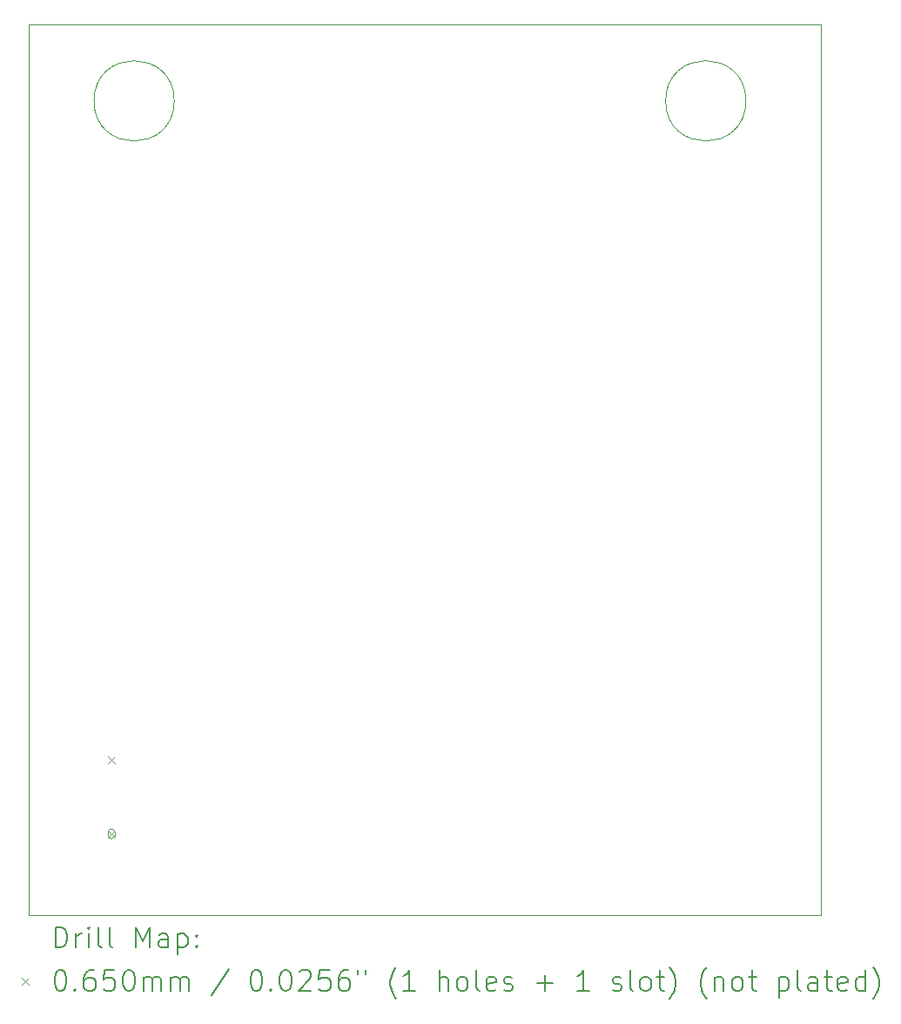
<source format=gbr>
%TF.GenerationSoftware,KiCad,Pcbnew,8.0.6-8.0.6-0~ubuntu22.04.1*%
%TF.CreationDate,2024-12-08T13:18:47-05:00*%
%TF.ProjectId,badge,62616467-652e-46b6-9963-61645f706362,rev?*%
%TF.SameCoordinates,Original*%
%TF.FileFunction,Drillmap*%
%TF.FilePolarity,Positive*%
%FSLAX45Y45*%
G04 Gerber Fmt 4.5, Leading zero omitted, Abs format (unit mm)*
G04 Created by KiCad (PCBNEW 8.0.6-8.0.6-0~ubuntu22.04.1) date 2024-12-08 13:18:47*
%MOMM*%
%LPD*%
G01*
G04 APERTURE LIST*
%ADD10C,0.050000*%
%ADD11C,0.200000*%
%ADD12C,0.100000*%
G04 APERTURE END LIST*
D10*
X11476640Y-5761360D02*
X19176640Y-5761360D01*
X19176640Y-14411360D01*
X11476640Y-14411360D01*
X11476640Y-5761360D01*
X18450000Y-6500000D02*
G75*
G02*
X17668975Y-6500000I-390513J0D01*
G01*
X17668975Y-6500000D02*
G75*
G02*
X18450000Y-6500000I390513J0D01*
G01*
X12890512Y-6500000D02*
G75*
G02*
X12109487Y-6500000I-390513J0D01*
G01*
X12109487Y-6500000D02*
G75*
G02*
X12890512Y-6500000I390513J0D01*
G01*
D11*
D12*
X12248140Y-12868860D02*
X12313140Y-12933860D01*
X12313140Y-12868860D02*
X12248140Y-12933860D01*
X12248140Y-13588860D02*
X12313140Y-13653860D01*
X12313140Y-13588860D02*
X12248140Y-13653860D01*
X12248140Y-13606360D02*
X12248140Y-13636360D01*
X12313140Y-13636360D02*
G75*
G02*
X12248140Y-13636360I-32500J0D01*
G01*
X12313140Y-13636360D02*
X12313140Y-13606360D01*
X12313140Y-13606360D02*
G75*
G03*
X12248140Y-13606360I-32500J0D01*
G01*
D11*
X11734917Y-14725344D02*
X11734917Y-14525344D01*
X11734917Y-14525344D02*
X11782536Y-14525344D01*
X11782536Y-14525344D02*
X11811107Y-14534868D01*
X11811107Y-14534868D02*
X11830155Y-14553915D01*
X11830155Y-14553915D02*
X11839679Y-14572963D01*
X11839679Y-14572963D02*
X11849202Y-14611058D01*
X11849202Y-14611058D02*
X11849202Y-14639630D01*
X11849202Y-14639630D02*
X11839679Y-14677725D01*
X11839679Y-14677725D02*
X11830155Y-14696772D01*
X11830155Y-14696772D02*
X11811107Y-14715820D01*
X11811107Y-14715820D02*
X11782536Y-14725344D01*
X11782536Y-14725344D02*
X11734917Y-14725344D01*
X11934917Y-14725344D02*
X11934917Y-14592010D01*
X11934917Y-14630106D02*
X11944441Y-14611058D01*
X11944441Y-14611058D02*
X11953964Y-14601534D01*
X11953964Y-14601534D02*
X11973012Y-14592010D01*
X11973012Y-14592010D02*
X11992060Y-14592010D01*
X12058726Y-14725344D02*
X12058726Y-14592010D01*
X12058726Y-14525344D02*
X12049202Y-14534868D01*
X12049202Y-14534868D02*
X12058726Y-14544391D01*
X12058726Y-14544391D02*
X12068250Y-14534868D01*
X12068250Y-14534868D02*
X12058726Y-14525344D01*
X12058726Y-14525344D02*
X12058726Y-14544391D01*
X12182536Y-14725344D02*
X12163488Y-14715820D01*
X12163488Y-14715820D02*
X12153964Y-14696772D01*
X12153964Y-14696772D02*
X12153964Y-14525344D01*
X12287298Y-14725344D02*
X12268250Y-14715820D01*
X12268250Y-14715820D02*
X12258726Y-14696772D01*
X12258726Y-14696772D02*
X12258726Y-14525344D01*
X12515869Y-14725344D02*
X12515869Y-14525344D01*
X12515869Y-14525344D02*
X12582536Y-14668201D01*
X12582536Y-14668201D02*
X12649202Y-14525344D01*
X12649202Y-14525344D02*
X12649202Y-14725344D01*
X12830155Y-14725344D02*
X12830155Y-14620582D01*
X12830155Y-14620582D02*
X12820631Y-14601534D01*
X12820631Y-14601534D02*
X12801583Y-14592010D01*
X12801583Y-14592010D02*
X12763488Y-14592010D01*
X12763488Y-14592010D02*
X12744441Y-14601534D01*
X12830155Y-14715820D02*
X12811107Y-14725344D01*
X12811107Y-14725344D02*
X12763488Y-14725344D01*
X12763488Y-14725344D02*
X12744441Y-14715820D01*
X12744441Y-14715820D02*
X12734917Y-14696772D01*
X12734917Y-14696772D02*
X12734917Y-14677725D01*
X12734917Y-14677725D02*
X12744441Y-14658677D01*
X12744441Y-14658677D02*
X12763488Y-14649153D01*
X12763488Y-14649153D02*
X12811107Y-14649153D01*
X12811107Y-14649153D02*
X12830155Y-14639630D01*
X12925393Y-14592010D02*
X12925393Y-14792010D01*
X12925393Y-14601534D02*
X12944441Y-14592010D01*
X12944441Y-14592010D02*
X12982536Y-14592010D01*
X12982536Y-14592010D02*
X13001583Y-14601534D01*
X13001583Y-14601534D02*
X13011107Y-14611058D01*
X13011107Y-14611058D02*
X13020631Y-14630106D01*
X13020631Y-14630106D02*
X13020631Y-14687249D01*
X13020631Y-14687249D02*
X13011107Y-14706296D01*
X13011107Y-14706296D02*
X13001583Y-14715820D01*
X13001583Y-14715820D02*
X12982536Y-14725344D01*
X12982536Y-14725344D02*
X12944441Y-14725344D01*
X12944441Y-14725344D02*
X12925393Y-14715820D01*
X13106345Y-14706296D02*
X13115869Y-14715820D01*
X13115869Y-14715820D02*
X13106345Y-14725344D01*
X13106345Y-14725344D02*
X13096822Y-14715820D01*
X13096822Y-14715820D02*
X13106345Y-14706296D01*
X13106345Y-14706296D02*
X13106345Y-14725344D01*
X13106345Y-14601534D02*
X13115869Y-14611058D01*
X13115869Y-14611058D02*
X13106345Y-14620582D01*
X13106345Y-14620582D02*
X13096822Y-14611058D01*
X13096822Y-14611058D02*
X13106345Y-14601534D01*
X13106345Y-14601534D02*
X13106345Y-14620582D01*
D12*
X11409140Y-15021360D02*
X11474140Y-15086360D01*
X11474140Y-15021360D02*
X11409140Y-15086360D01*
D11*
X11773012Y-14945344D02*
X11792060Y-14945344D01*
X11792060Y-14945344D02*
X11811107Y-14954868D01*
X11811107Y-14954868D02*
X11820631Y-14964391D01*
X11820631Y-14964391D02*
X11830155Y-14983439D01*
X11830155Y-14983439D02*
X11839679Y-15021534D01*
X11839679Y-15021534D02*
X11839679Y-15069153D01*
X11839679Y-15069153D02*
X11830155Y-15107249D01*
X11830155Y-15107249D02*
X11820631Y-15126296D01*
X11820631Y-15126296D02*
X11811107Y-15135820D01*
X11811107Y-15135820D02*
X11792060Y-15145344D01*
X11792060Y-15145344D02*
X11773012Y-15145344D01*
X11773012Y-15145344D02*
X11753964Y-15135820D01*
X11753964Y-15135820D02*
X11744441Y-15126296D01*
X11744441Y-15126296D02*
X11734917Y-15107249D01*
X11734917Y-15107249D02*
X11725393Y-15069153D01*
X11725393Y-15069153D02*
X11725393Y-15021534D01*
X11725393Y-15021534D02*
X11734917Y-14983439D01*
X11734917Y-14983439D02*
X11744441Y-14964391D01*
X11744441Y-14964391D02*
X11753964Y-14954868D01*
X11753964Y-14954868D02*
X11773012Y-14945344D01*
X11925393Y-15126296D02*
X11934917Y-15135820D01*
X11934917Y-15135820D02*
X11925393Y-15145344D01*
X11925393Y-15145344D02*
X11915869Y-15135820D01*
X11915869Y-15135820D02*
X11925393Y-15126296D01*
X11925393Y-15126296D02*
X11925393Y-15145344D01*
X12106345Y-14945344D02*
X12068250Y-14945344D01*
X12068250Y-14945344D02*
X12049202Y-14954868D01*
X12049202Y-14954868D02*
X12039679Y-14964391D01*
X12039679Y-14964391D02*
X12020631Y-14992963D01*
X12020631Y-14992963D02*
X12011107Y-15031058D01*
X12011107Y-15031058D02*
X12011107Y-15107249D01*
X12011107Y-15107249D02*
X12020631Y-15126296D01*
X12020631Y-15126296D02*
X12030155Y-15135820D01*
X12030155Y-15135820D02*
X12049202Y-15145344D01*
X12049202Y-15145344D02*
X12087298Y-15145344D01*
X12087298Y-15145344D02*
X12106345Y-15135820D01*
X12106345Y-15135820D02*
X12115869Y-15126296D01*
X12115869Y-15126296D02*
X12125393Y-15107249D01*
X12125393Y-15107249D02*
X12125393Y-15059630D01*
X12125393Y-15059630D02*
X12115869Y-15040582D01*
X12115869Y-15040582D02*
X12106345Y-15031058D01*
X12106345Y-15031058D02*
X12087298Y-15021534D01*
X12087298Y-15021534D02*
X12049202Y-15021534D01*
X12049202Y-15021534D02*
X12030155Y-15031058D01*
X12030155Y-15031058D02*
X12020631Y-15040582D01*
X12020631Y-15040582D02*
X12011107Y-15059630D01*
X12306345Y-14945344D02*
X12211107Y-14945344D01*
X12211107Y-14945344D02*
X12201583Y-15040582D01*
X12201583Y-15040582D02*
X12211107Y-15031058D01*
X12211107Y-15031058D02*
X12230155Y-15021534D01*
X12230155Y-15021534D02*
X12277774Y-15021534D01*
X12277774Y-15021534D02*
X12296822Y-15031058D01*
X12296822Y-15031058D02*
X12306345Y-15040582D01*
X12306345Y-15040582D02*
X12315869Y-15059630D01*
X12315869Y-15059630D02*
X12315869Y-15107249D01*
X12315869Y-15107249D02*
X12306345Y-15126296D01*
X12306345Y-15126296D02*
X12296822Y-15135820D01*
X12296822Y-15135820D02*
X12277774Y-15145344D01*
X12277774Y-15145344D02*
X12230155Y-15145344D01*
X12230155Y-15145344D02*
X12211107Y-15135820D01*
X12211107Y-15135820D02*
X12201583Y-15126296D01*
X12439679Y-14945344D02*
X12458726Y-14945344D01*
X12458726Y-14945344D02*
X12477774Y-14954868D01*
X12477774Y-14954868D02*
X12487298Y-14964391D01*
X12487298Y-14964391D02*
X12496822Y-14983439D01*
X12496822Y-14983439D02*
X12506345Y-15021534D01*
X12506345Y-15021534D02*
X12506345Y-15069153D01*
X12506345Y-15069153D02*
X12496822Y-15107249D01*
X12496822Y-15107249D02*
X12487298Y-15126296D01*
X12487298Y-15126296D02*
X12477774Y-15135820D01*
X12477774Y-15135820D02*
X12458726Y-15145344D01*
X12458726Y-15145344D02*
X12439679Y-15145344D01*
X12439679Y-15145344D02*
X12420631Y-15135820D01*
X12420631Y-15135820D02*
X12411107Y-15126296D01*
X12411107Y-15126296D02*
X12401583Y-15107249D01*
X12401583Y-15107249D02*
X12392060Y-15069153D01*
X12392060Y-15069153D02*
X12392060Y-15021534D01*
X12392060Y-15021534D02*
X12401583Y-14983439D01*
X12401583Y-14983439D02*
X12411107Y-14964391D01*
X12411107Y-14964391D02*
X12420631Y-14954868D01*
X12420631Y-14954868D02*
X12439679Y-14945344D01*
X12592060Y-15145344D02*
X12592060Y-15012010D01*
X12592060Y-15031058D02*
X12601583Y-15021534D01*
X12601583Y-15021534D02*
X12620631Y-15012010D01*
X12620631Y-15012010D02*
X12649203Y-15012010D01*
X12649203Y-15012010D02*
X12668250Y-15021534D01*
X12668250Y-15021534D02*
X12677774Y-15040582D01*
X12677774Y-15040582D02*
X12677774Y-15145344D01*
X12677774Y-15040582D02*
X12687298Y-15021534D01*
X12687298Y-15021534D02*
X12706345Y-15012010D01*
X12706345Y-15012010D02*
X12734917Y-15012010D01*
X12734917Y-15012010D02*
X12753964Y-15021534D01*
X12753964Y-15021534D02*
X12763488Y-15040582D01*
X12763488Y-15040582D02*
X12763488Y-15145344D01*
X12858726Y-15145344D02*
X12858726Y-15012010D01*
X12858726Y-15031058D02*
X12868250Y-15021534D01*
X12868250Y-15021534D02*
X12887298Y-15012010D01*
X12887298Y-15012010D02*
X12915869Y-15012010D01*
X12915869Y-15012010D02*
X12934917Y-15021534D01*
X12934917Y-15021534D02*
X12944441Y-15040582D01*
X12944441Y-15040582D02*
X12944441Y-15145344D01*
X12944441Y-15040582D02*
X12953964Y-15021534D01*
X12953964Y-15021534D02*
X12973012Y-15012010D01*
X12973012Y-15012010D02*
X13001583Y-15012010D01*
X13001583Y-15012010D02*
X13020631Y-15021534D01*
X13020631Y-15021534D02*
X13030155Y-15040582D01*
X13030155Y-15040582D02*
X13030155Y-15145344D01*
X13420631Y-14935820D02*
X13249203Y-15192963D01*
X13677774Y-14945344D02*
X13696822Y-14945344D01*
X13696822Y-14945344D02*
X13715869Y-14954868D01*
X13715869Y-14954868D02*
X13725393Y-14964391D01*
X13725393Y-14964391D02*
X13734917Y-14983439D01*
X13734917Y-14983439D02*
X13744441Y-15021534D01*
X13744441Y-15021534D02*
X13744441Y-15069153D01*
X13744441Y-15069153D02*
X13734917Y-15107249D01*
X13734917Y-15107249D02*
X13725393Y-15126296D01*
X13725393Y-15126296D02*
X13715869Y-15135820D01*
X13715869Y-15135820D02*
X13696822Y-15145344D01*
X13696822Y-15145344D02*
X13677774Y-15145344D01*
X13677774Y-15145344D02*
X13658726Y-15135820D01*
X13658726Y-15135820D02*
X13649203Y-15126296D01*
X13649203Y-15126296D02*
X13639679Y-15107249D01*
X13639679Y-15107249D02*
X13630155Y-15069153D01*
X13630155Y-15069153D02*
X13630155Y-15021534D01*
X13630155Y-15021534D02*
X13639679Y-14983439D01*
X13639679Y-14983439D02*
X13649203Y-14964391D01*
X13649203Y-14964391D02*
X13658726Y-14954868D01*
X13658726Y-14954868D02*
X13677774Y-14945344D01*
X13830155Y-15126296D02*
X13839679Y-15135820D01*
X13839679Y-15135820D02*
X13830155Y-15145344D01*
X13830155Y-15145344D02*
X13820631Y-15135820D01*
X13820631Y-15135820D02*
X13830155Y-15126296D01*
X13830155Y-15126296D02*
X13830155Y-15145344D01*
X13963488Y-14945344D02*
X13982536Y-14945344D01*
X13982536Y-14945344D02*
X14001584Y-14954868D01*
X14001584Y-14954868D02*
X14011107Y-14964391D01*
X14011107Y-14964391D02*
X14020631Y-14983439D01*
X14020631Y-14983439D02*
X14030155Y-15021534D01*
X14030155Y-15021534D02*
X14030155Y-15069153D01*
X14030155Y-15069153D02*
X14020631Y-15107249D01*
X14020631Y-15107249D02*
X14011107Y-15126296D01*
X14011107Y-15126296D02*
X14001584Y-15135820D01*
X14001584Y-15135820D02*
X13982536Y-15145344D01*
X13982536Y-15145344D02*
X13963488Y-15145344D01*
X13963488Y-15145344D02*
X13944441Y-15135820D01*
X13944441Y-15135820D02*
X13934917Y-15126296D01*
X13934917Y-15126296D02*
X13925393Y-15107249D01*
X13925393Y-15107249D02*
X13915869Y-15069153D01*
X13915869Y-15069153D02*
X13915869Y-15021534D01*
X13915869Y-15021534D02*
X13925393Y-14983439D01*
X13925393Y-14983439D02*
X13934917Y-14964391D01*
X13934917Y-14964391D02*
X13944441Y-14954868D01*
X13944441Y-14954868D02*
X13963488Y-14945344D01*
X14106346Y-14964391D02*
X14115869Y-14954868D01*
X14115869Y-14954868D02*
X14134917Y-14945344D01*
X14134917Y-14945344D02*
X14182536Y-14945344D01*
X14182536Y-14945344D02*
X14201584Y-14954868D01*
X14201584Y-14954868D02*
X14211107Y-14964391D01*
X14211107Y-14964391D02*
X14220631Y-14983439D01*
X14220631Y-14983439D02*
X14220631Y-15002487D01*
X14220631Y-15002487D02*
X14211107Y-15031058D01*
X14211107Y-15031058D02*
X14096822Y-15145344D01*
X14096822Y-15145344D02*
X14220631Y-15145344D01*
X14401584Y-14945344D02*
X14306346Y-14945344D01*
X14306346Y-14945344D02*
X14296822Y-15040582D01*
X14296822Y-15040582D02*
X14306346Y-15031058D01*
X14306346Y-15031058D02*
X14325393Y-15021534D01*
X14325393Y-15021534D02*
X14373012Y-15021534D01*
X14373012Y-15021534D02*
X14392060Y-15031058D01*
X14392060Y-15031058D02*
X14401584Y-15040582D01*
X14401584Y-15040582D02*
X14411107Y-15059630D01*
X14411107Y-15059630D02*
X14411107Y-15107249D01*
X14411107Y-15107249D02*
X14401584Y-15126296D01*
X14401584Y-15126296D02*
X14392060Y-15135820D01*
X14392060Y-15135820D02*
X14373012Y-15145344D01*
X14373012Y-15145344D02*
X14325393Y-15145344D01*
X14325393Y-15145344D02*
X14306346Y-15135820D01*
X14306346Y-15135820D02*
X14296822Y-15126296D01*
X14582536Y-14945344D02*
X14544441Y-14945344D01*
X14544441Y-14945344D02*
X14525393Y-14954868D01*
X14525393Y-14954868D02*
X14515869Y-14964391D01*
X14515869Y-14964391D02*
X14496822Y-14992963D01*
X14496822Y-14992963D02*
X14487298Y-15031058D01*
X14487298Y-15031058D02*
X14487298Y-15107249D01*
X14487298Y-15107249D02*
X14496822Y-15126296D01*
X14496822Y-15126296D02*
X14506346Y-15135820D01*
X14506346Y-15135820D02*
X14525393Y-15145344D01*
X14525393Y-15145344D02*
X14563488Y-15145344D01*
X14563488Y-15145344D02*
X14582536Y-15135820D01*
X14582536Y-15135820D02*
X14592060Y-15126296D01*
X14592060Y-15126296D02*
X14601584Y-15107249D01*
X14601584Y-15107249D02*
X14601584Y-15059630D01*
X14601584Y-15059630D02*
X14592060Y-15040582D01*
X14592060Y-15040582D02*
X14582536Y-15031058D01*
X14582536Y-15031058D02*
X14563488Y-15021534D01*
X14563488Y-15021534D02*
X14525393Y-15021534D01*
X14525393Y-15021534D02*
X14506346Y-15031058D01*
X14506346Y-15031058D02*
X14496822Y-15040582D01*
X14496822Y-15040582D02*
X14487298Y-15059630D01*
X14677774Y-14945344D02*
X14677774Y-14983439D01*
X14753965Y-14945344D02*
X14753965Y-14983439D01*
X15049203Y-15221534D02*
X15039679Y-15212010D01*
X15039679Y-15212010D02*
X15020631Y-15183439D01*
X15020631Y-15183439D02*
X15011108Y-15164391D01*
X15011108Y-15164391D02*
X15001584Y-15135820D01*
X15001584Y-15135820D02*
X14992060Y-15088201D01*
X14992060Y-15088201D02*
X14992060Y-15050106D01*
X14992060Y-15050106D02*
X15001584Y-15002487D01*
X15001584Y-15002487D02*
X15011108Y-14973915D01*
X15011108Y-14973915D02*
X15020631Y-14954868D01*
X15020631Y-14954868D02*
X15039679Y-14926296D01*
X15039679Y-14926296D02*
X15049203Y-14916772D01*
X15230155Y-15145344D02*
X15115869Y-15145344D01*
X15173012Y-15145344D02*
X15173012Y-14945344D01*
X15173012Y-14945344D02*
X15153965Y-14973915D01*
X15153965Y-14973915D02*
X15134917Y-14992963D01*
X15134917Y-14992963D02*
X15115869Y-15002487D01*
X15468250Y-15145344D02*
X15468250Y-14945344D01*
X15553965Y-15145344D02*
X15553965Y-15040582D01*
X15553965Y-15040582D02*
X15544441Y-15021534D01*
X15544441Y-15021534D02*
X15525393Y-15012010D01*
X15525393Y-15012010D02*
X15496822Y-15012010D01*
X15496822Y-15012010D02*
X15477774Y-15021534D01*
X15477774Y-15021534D02*
X15468250Y-15031058D01*
X15677774Y-15145344D02*
X15658727Y-15135820D01*
X15658727Y-15135820D02*
X15649203Y-15126296D01*
X15649203Y-15126296D02*
X15639679Y-15107249D01*
X15639679Y-15107249D02*
X15639679Y-15050106D01*
X15639679Y-15050106D02*
X15649203Y-15031058D01*
X15649203Y-15031058D02*
X15658727Y-15021534D01*
X15658727Y-15021534D02*
X15677774Y-15012010D01*
X15677774Y-15012010D02*
X15706346Y-15012010D01*
X15706346Y-15012010D02*
X15725393Y-15021534D01*
X15725393Y-15021534D02*
X15734917Y-15031058D01*
X15734917Y-15031058D02*
X15744441Y-15050106D01*
X15744441Y-15050106D02*
X15744441Y-15107249D01*
X15744441Y-15107249D02*
X15734917Y-15126296D01*
X15734917Y-15126296D02*
X15725393Y-15135820D01*
X15725393Y-15135820D02*
X15706346Y-15145344D01*
X15706346Y-15145344D02*
X15677774Y-15145344D01*
X15858727Y-15145344D02*
X15839679Y-15135820D01*
X15839679Y-15135820D02*
X15830155Y-15116772D01*
X15830155Y-15116772D02*
X15830155Y-14945344D01*
X16011108Y-15135820D02*
X15992060Y-15145344D01*
X15992060Y-15145344D02*
X15953965Y-15145344D01*
X15953965Y-15145344D02*
X15934917Y-15135820D01*
X15934917Y-15135820D02*
X15925393Y-15116772D01*
X15925393Y-15116772D02*
X15925393Y-15040582D01*
X15925393Y-15040582D02*
X15934917Y-15021534D01*
X15934917Y-15021534D02*
X15953965Y-15012010D01*
X15953965Y-15012010D02*
X15992060Y-15012010D01*
X15992060Y-15012010D02*
X16011108Y-15021534D01*
X16011108Y-15021534D02*
X16020631Y-15040582D01*
X16020631Y-15040582D02*
X16020631Y-15059630D01*
X16020631Y-15059630D02*
X15925393Y-15078677D01*
X16096822Y-15135820D02*
X16115870Y-15145344D01*
X16115870Y-15145344D02*
X16153965Y-15145344D01*
X16153965Y-15145344D02*
X16173012Y-15135820D01*
X16173012Y-15135820D02*
X16182536Y-15116772D01*
X16182536Y-15116772D02*
X16182536Y-15107249D01*
X16182536Y-15107249D02*
X16173012Y-15088201D01*
X16173012Y-15088201D02*
X16153965Y-15078677D01*
X16153965Y-15078677D02*
X16125393Y-15078677D01*
X16125393Y-15078677D02*
X16106346Y-15069153D01*
X16106346Y-15069153D02*
X16096822Y-15050106D01*
X16096822Y-15050106D02*
X16096822Y-15040582D01*
X16096822Y-15040582D02*
X16106346Y-15021534D01*
X16106346Y-15021534D02*
X16125393Y-15012010D01*
X16125393Y-15012010D02*
X16153965Y-15012010D01*
X16153965Y-15012010D02*
X16173012Y-15021534D01*
X16420632Y-15069153D02*
X16573013Y-15069153D01*
X16496822Y-15145344D02*
X16496822Y-14992963D01*
X16925394Y-15145344D02*
X16811108Y-15145344D01*
X16868251Y-15145344D02*
X16868251Y-14945344D01*
X16868251Y-14945344D02*
X16849203Y-14973915D01*
X16849203Y-14973915D02*
X16830155Y-14992963D01*
X16830155Y-14992963D02*
X16811108Y-15002487D01*
X17153965Y-15135820D02*
X17173013Y-15145344D01*
X17173013Y-15145344D02*
X17211108Y-15145344D01*
X17211108Y-15145344D02*
X17230156Y-15135820D01*
X17230156Y-15135820D02*
X17239679Y-15116772D01*
X17239679Y-15116772D02*
X17239679Y-15107249D01*
X17239679Y-15107249D02*
X17230156Y-15088201D01*
X17230156Y-15088201D02*
X17211108Y-15078677D01*
X17211108Y-15078677D02*
X17182536Y-15078677D01*
X17182536Y-15078677D02*
X17163489Y-15069153D01*
X17163489Y-15069153D02*
X17153965Y-15050106D01*
X17153965Y-15050106D02*
X17153965Y-15040582D01*
X17153965Y-15040582D02*
X17163489Y-15021534D01*
X17163489Y-15021534D02*
X17182536Y-15012010D01*
X17182536Y-15012010D02*
X17211108Y-15012010D01*
X17211108Y-15012010D02*
X17230156Y-15021534D01*
X17353965Y-15145344D02*
X17334917Y-15135820D01*
X17334917Y-15135820D02*
X17325394Y-15116772D01*
X17325394Y-15116772D02*
X17325394Y-14945344D01*
X17458727Y-15145344D02*
X17439679Y-15135820D01*
X17439679Y-15135820D02*
X17430156Y-15126296D01*
X17430156Y-15126296D02*
X17420632Y-15107249D01*
X17420632Y-15107249D02*
X17420632Y-15050106D01*
X17420632Y-15050106D02*
X17430156Y-15031058D01*
X17430156Y-15031058D02*
X17439679Y-15021534D01*
X17439679Y-15021534D02*
X17458727Y-15012010D01*
X17458727Y-15012010D02*
X17487298Y-15012010D01*
X17487298Y-15012010D02*
X17506346Y-15021534D01*
X17506346Y-15021534D02*
X17515870Y-15031058D01*
X17515870Y-15031058D02*
X17525394Y-15050106D01*
X17525394Y-15050106D02*
X17525394Y-15107249D01*
X17525394Y-15107249D02*
X17515870Y-15126296D01*
X17515870Y-15126296D02*
X17506346Y-15135820D01*
X17506346Y-15135820D02*
X17487298Y-15145344D01*
X17487298Y-15145344D02*
X17458727Y-15145344D01*
X17582537Y-15012010D02*
X17658727Y-15012010D01*
X17611108Y-14945344D02*
X17611108Y-15116772D01*
X17611108Y-15116772D02*
X17620632Y-15135820D01*
X17620632Y-15135820D02*
X17639679Y-15145344D01*
X17639679Y-15145344D02*
X17658727Y-15145344D01*
X17706346Y-15221534D02*
X17715870Y-15212010D01*
X17715870Y-15212010D02*
X17734917Y-15183439D01*
X17734917Y-15183439D02*
X17744441Y-15164391D01*
X17744441Y-15164391D02*
X17753965Y-15135820D01*
X17753965Y-15135820D02*
X17763489Y-15088201D01*
X17763489Y-15088201D02*
X17763489Y-15050106D01*
X17763489Y-15050106D02*
X17753965Y-15002487D01*
X17753965Y-15002487D02*
X17744441Y-14973915D01*
X17744441Y-14973915D02*
X17734917Y-14954868D01*
X17734917Y-14954868D02*
X17715870Y-14926296D01*
X17715870Y-14926296D02*
X17706346Y-14916772D01*
X18068251Y-15221534D02*
X18058727Y-15212010D01*
X18058727Y-15212010D02*
X18039679Y-15183439D01*
X18039679Y-15183439D02*
X18030156Y-15164391D01*
X18030156Y-15164391D02*
X18020632Y-15135820D01*
X18020632Y-15135820D02*
X18011108Y-15088201D01*
X18011108Y-15088201D02*
X18011108Y-15050106D01*
X18011108Y-15050106D02*
X18020632Y-15002487D01*
X18020632Y-15002487D02*
X18030156Y-14973915D01*
X18030156Y-14973915D02*
X18039679Y-14954868D01*
X18039679Y-14954868D02*
X18058727Y-14926296D01*
X18058727Y-14926296D02*
X18068251Y-14916772D01*
X18144441Y-15012010D02*
X18144441Y-15145344D01*
X18144441Y-15031058D02*
X18153965Y-15021534D01*
X18153965Y-15021534D02*
X18173013Y-15012010D01*
X18173013Y-15012010D02*
X18201584Y-15012010D01*
X18201584Y-15012010D02*
X18220632Y-15021534D01*
X18220632Y-15021534D02*
X18230156Y-15040582D01*
X18230156Y-15040582D02*
X18230156Y-15145344D01*
X18353965Y-15145344D02*
X18334917Y-15135820D01*
X18334917Y-15135820D02*
X18325394Y-15126296D01*
X18325394Y-15126296D02*
X18315870Y-15107249D01*
X18315870Y-15107249D02*
X18315870Y-15050106D01*
X18315870Y-15050106D02*
X18325394Y-15031058D01*
X18325394Y-15031058D02*
X18334917Y-15021534D01*
X18334917Y-15021534D02*
X18353965Y-15012010D01*
X18353965Y-15012010D02*
X18382537Y-15012010D01*
X18382537Y-15012010D02*
X18401584Y-15021534D01*
X18401584Y-15021534D02*
X18411108Y-15031058D01*
X18411108Y-15031058D02*
X18420632Y-15050106D01*
X18420632Y-15050106D02*
X18420632Y-15107249D01*
X18420632Y-15107249D02*
X18411108Y-15126296D01*
X18411108Y-15126296D02*
X18401584Y-15135820D01*
X18401584Y-15135820D02*
X18382537Y-15145344D01*
X18382537Y-15145344D02*
X18353965Y-15145344D01*
X18477775Y-15012010D02*
X18553965Y-15012010D01*
X18506346Y-14945344D02*
X18506346Y-15116772D01*
X18506346Y-15116772D02*
X18515870Y-15135820D01*
X18515870Y-15135820D02*
X18534917Y-15145344D01*
X18534917Y-15145344D02*
X18553965Y-15145344D01*
X18773013Y-15012010D02*
X18773013Y-15212010D01*
X18773013Y-15021534D02*
X18792060Y-15012010D01*
X18792060Y-15012010D02*
X18830156Y-15012010D01*
X18830156Y-15012010D02*
X18849203Y-15021534D01*
X18849203Y-15021534D02*
X18858727Y-15031058D01*
X18858727Y-15031058D02*
X18868251Y-15050106D01*
X18868251Y-15050106D02*
X18868251Y-15107249D01*
X18868251Y-15107249D02*
X18858727Y-15126296D01*
X18858727Y-15126296D02*
X18849203Y-15135820D01*
X18849203Y-15135820D02*
X18830156Y-15145344D01*
X18830156Y-15145344D02*
X18792060Y-15145344D01*
X18792060Y-15145344D02*
X18773013Y-15135820D01*
X18982537Y-15145344D02*
X18963489Y-15135820D01*
X18963489Y-15135820D02*
X18953965Y-15116772D01*
X18953965Y-15116772D02*
X18953965Y-14945344D01*
X19144441Y-15145344D02*
X19144441Y-15040582D01*
X19144441Y-15040582D02*
X19134918Y-15021534D01*
X19134918Y-15021534D02*
X19115870Y-15012010D01*
X19115870Y-15012010D02*
X19077775Y-15012010D01*
X19077775Y-15012010D02*
X19058727Y-15021534D01*
X19144441Y-15135820D02*
X19125394Y-15145344D01*
X19125394Y-15145344D02*
X19077775Y-15145344D01*
X19077775Y-15145344D02*
X19058727Y-15135820D01*
X19058727Y-15135820D02*
X19049203Y-15116772D01*
X19049203Y-15116772D02*
X19049203Y-15097725D01*
X19049203Y-15097725D02*
X19058727Y-15078677D01*
X19058727Y-15078677D02*
X19077775Y-15069153D01*
X19077775Y-15069153D02*
X19125394Y-15069153D01*
X19125394Y-15069153D02*
X19144441Y-15059630D01*
X19211108Y-15012010D02*
X19287298Y-15012010D01*
X19239679Y-14945344D02*
X19239679Y-15116772D01*
X19239679Y-15116772D02*
X19249203Y-15135820D01*
X19249203Y-15135820D02*
X19268251Y-15145344D01*
X19268251Y-15145344D02*
X19287298Y-15145344D01*
X19430156Y-15135820D02*
X19411108Y-15145344D01*
X19411108Y-15145344D02*
X19373013Y-15145344D01*
X19373013Y-15145344D02*
X19353965Y-15135820D01*
X19353965Y-15135820D02*
X19344441Y-15116772D01*
X19344441Y-15116772D02*
X19344441Y-15040582D01*
X19344441Y-15040582D02*
X19353965Y-15021534D01*
X19353965Y-15021534D02*
X19373013Y-15012010D01*
X19373013Y-15012010D02*
X19411108Y-15012010D01*
X19411108Y-15012010D02*
X19430156Y-15021534D01*
X19430156Y-15021534D02*
X19439679Y-15040582D01*
X19439679Y-15040582D02*
X19439679Y-15059630D01*
X19439679Y-15059630D02*
X19344441Y-15078677D01*
X19611108Y-15145344D02*
X19611108Y-14945344D01*
X19611108Y-15135820D02*
X19592060Y-15145344D01*
X19592060Y-15145344D02*
X19553965Y-15145344D01*
X19553965Y-15145344D02*
X19534918Y-15135820D01*
X19534918Y-15135820D02*
X19525394Y-15126296D01*
X19525394Y-15126296D02*
X19515870Y-15107249D01*
X19515870Y-15107249D02*
X19515870Y-15050106D01*
X19515870Y-15050106D02*
X19525394Y-15031058D01*
X19525394Y-15031058D02*
X19534918Y-15021534D01*
X19534918Y-15021534D02*
X19553965Y-15012010D01*
X19553965Y-15012010D02*
X19592060Y-15012010D01*
X19592060Y-15012010D02*
X19611108Y-15021534D01*
X19687299Y-15221534D02*
X19696822Y-15212010D01*
X19696822Y-15212010D02*
X19715870Y-15183439D01*
X19715870Y-15183439D02*
X19725394Y-15164391D01*
X19725394Y-15164391D02*
X19734918Y-15135820D01*
X19734918Y-15135820D02*
X19744441Y-15088201D01*
X19744441Y-15088201D02*
X19744441Y-15050106D01*
X19744441Y-15050106D02*
X19734918Y-15002487D01*
X19734918Y-15002487D02*
X19725394Y-14973915D01*
X19725394Y-14973915D02*
X19715870Y-14954868D01*
X19715870Y-14954868D02*
X19696822Y-14926296D01*
X19696822Y-14926296D02*
X19687299Y-14916772D01*
M02*

</source>
